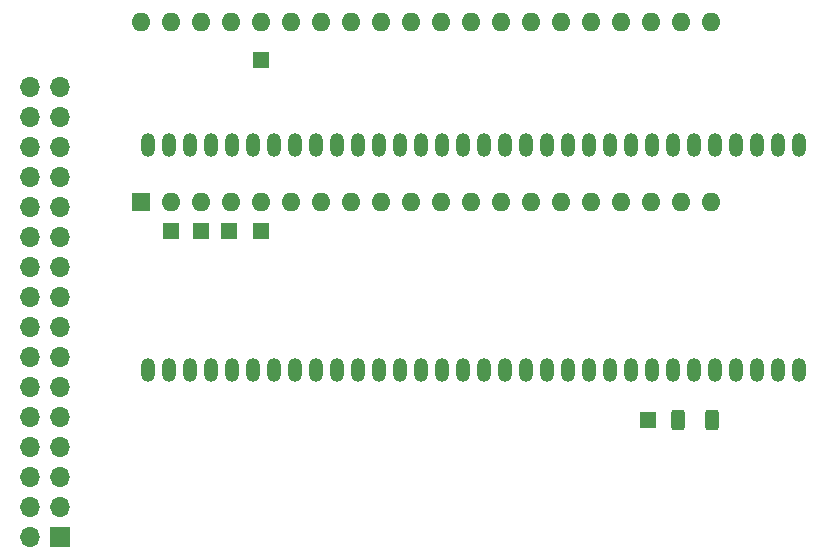
<source format=gbr>
%TF.GenerationSoftware,KiCad,Pcbnew,7.0.9-7.0.9~ubuntu20.04.1*%
%TF.CreationDate,2023-12-28T04:39:14+01:00*%
%TF.ProjectId,M50747_SDIP,4d353037-3437-45f5-9344-49502e6b6963,rev?*%
%TF.SameCoordinates,Original*%
%TF.FileFunction,Soldermask,Bot*%
%TF.FilePolarity,Negative*%
%FSLAX46Y46*%
G04 Gerber Fmt 4.6, Leading zero omitted, Abs format (unit mm)*
G04 Created by KiCad (PCBNEW 7.0.9-7.0.9~ubuntu20.04.1) date 2023-12-28 04:39:14*
%MOMM*%
%LPD*%
G01*
G04 APERTURE LIST*
G04 Aperture macros list*
%AMRoundRect*
0 Rectangle with rounded corners*
0 $1 Rounding radius*
0 $2 $3 $4 $5 $6 $7 $8 $9 X,Y pos of 4 corners*
0 Add a 4 corners polygon primitive as box body*
4,1,4,$2,$3,$4,$5,$6,$7,$8,$9,$2,$3,0*
0 Add four circle primitives for the rounded corners*
1,1,$1+$1,$2,$3*
1,1,$1+$1,$4,$5*
1,1,$1+$1,$6,$7*
1,1,$1+$1,$8,$9*
0 Add four rect primitives between the rounded corners*
20,1,$1+$1,$2,$3,$4,$5,0*
20,1,$1+$1,$4,$5,$6,$7,0*
20,1,$1+$1,$6,$7,$8,$9,0*
20,1,$1+$1,$8,$9,$2,$3,0*%
G04 Aperture macros list end*
%ADD10RoundRect,0.250000X0.312500X0.625000X-0.312500X0.625000X-0.312500X-0.625000X0.312500X-0.625000X0*%
%ADD11R,1.350000X1.350000*%
%ADD12R,1.600000X1.600000*%
%ADD13O,1.600000X1.600000*%
%ADD14R,1.700000X1.700000*%
%ADD15O,1.700000X1.700000*%
%ADD16O,1.200000X2.000000*%
G04 APERTURE END LIST*
D10*
%TO.C,R1*%
X222127000Y-71120000D03*
X219202000Y-71120000D03*
%TD*%
D11*
%TO.C,J2*%
X216662000Y-71120000D03*
%TD*%
%TO.C,J4*%
X183896000Y-40640000D03*
%TD*%
D12*
%TO.C,U3*%
X173736000Y-52730400D03*
D13*
X176276000Y-52730400D03*
X178816000Y-52730400D03*
X181356000Y-52730400D03*
X183896000Y-52730400D03*
X186436000Y-52730400D03*
X188976000Y-52730400D03*
X191516000Y-52730400D03*
X194056000Y-52730400D03*
X196596000Y-52730400D03*
X199136000Y-52730400D03*
X201676000Y-52730400D03*
X204216000Y-52730400D03*
X206756000Y-52730400D03*
X209296000Y-52730400D03*
X211836000Y-52730400D03*
X214376000Y-52730400D03*
X216916000Y-52730400D03*
X219456000Y-52730400D03*
X221996000Y-52730400D03*
X221996000Y-37490400D03*
X219456000Y-37490400D03*
X216916000Y-37490400D03*
X214376000Y-37490400D03*
X211836000Y-37490400D03*
X209296000Y-37490400D03*
X206756000Y-37490400D03*
X204216000Y-37490400D03*
X201676000Y-37490400D03*
X199136000Y-37490400D03*
X196596000Y-37490400D03*
X194056000Y-37490400D03*
X191516000Y-37490400D03*
X188976000Y-37490400D03*
X186436000Y-37490400D03*
X183896000Y-37490400D03*
X181356000Y-37490400D03*
X178816000Y-37490400D03*
X176276000Y-37490400D03*
X173736000Y-37490400D03*
%TD*%
D14*
%TO.C,J1*%
X166878000Y-81026000D03*
D15*
X164338000Y-81026000D03*
X166878000Y-78486000D03*
X164338000Y-78486000D03*
X166878000Y-75946000D03*
X164338000Y-75946000D03*
X166878000Y-73406000D03*
X164338000Y-73406000D03*
X166878000Y-70866000D03*
X164338000Y-70866000D03*
X166878000Y-68326000D03*
X164338000Y-68326000D03*
X166878000Y-65786000D03*
X164338000Y-65786000D03*
X166878000Y-63246000D03*
X164338000Y-63246000D03*
X166878000Y-60706000D03*
X164338000Y-60706000D03*
X166878000Y-58166000D03*
X164338000Y-58166000D03*
X166878000Y-55626000D03*
X164338000Y-55626000D03*
X166878000Y-53086000D03*
X164338000Y-53086000D03*
X166878000Y-50546000D03*
X164338000Y-50546000D03*
X166878000Y-48006000D03*
X164338000Y-48006000D03*
X166878000Y-45466000D03*
X164338000Y-45466000D03*
X166878000Y-42926000D03*
X164338000Y-42926000D03*
%TD*%
D11*
%TO.C,J7*%
X181229000Y-55118000D03*
%TD*%
%TO.C,J6*%
X183896000Y-55118000D03*
%TD*%
D16*
%TO.C,U1*%
X174371000Y-66929000D03*
X176149000Y-66929000D03*
X177927000Y-66929000D03*
X179705000Y-66929000D03*
X181483000Y-66929000D03*
X183261000Y-66929000D03*
X185039000Y-66929000D03*
X186817000Y-66929000D03*
X188595000Y-66929000D03*
X190373000Y-66929000D03*
X192151000Y-66929000D03*
X193929000Y-66929000D03*
X195707000Y-66929000D03*
X197485000Y-66929000D03*
X199263000Y-66929000D03*
X201041000Y-66929000D03*
X202819000Y-66929000D03*
X204597000Y-66929000D03*
X206375000Y-66929000D03*
X208153000Y-66929000D03*
X209931000Y-66929000D03*
X211709000Y-66929000D03*
X213487000Y-66929000D03*
X215265000Y-66929000D03*
X217043000Y-66929000D03*
X218821000Y-66929000D03*
X220599000Y-66929000D03*
X222377000Y-66929000D03*
X224155000Y-66929000D03*
X225933000Y-66929000D03*
X227711000Y-66929000D03*
X229489000Y-66929000D03*
X229489000Y-47879000D03*
X227711000Y-47879000D03*
X225933000Y-47879000D03*
X224155000Y-47879000D03*
X222377000Y-47879000D03*
X220599000Y-47879000D03*
X218821000Y-47879000D03*
X217043000Y-47879000D03*
X215265000Y-47879000D03*
X213487000Y-47879000D03*
X211709000Y-47879000D03*
X209931000Y-47879000D03*
X208153000Y-47879000D03*
X206375000Y-47879000D03*
X204597000Y-47879000D03*
X202819000Y-47879000D03*
X201041000Y-47879000D03*
X199263000Y-47879000D03*
X197485000Y-47879000D03*
X195707000Y-47879000D03*
X193929000Y-47879000D03*
X192151000Y-47879000D03*
X190373000Y-47879000D03*
X188595000Y-47879000D03*
X186817000Y-47879000D03*
X185039000Y-47879000D03*
X183261000Y-47879000D03*
X181483000Y-47879000D03*
X179705000Y-47879000D03*
X177927000Y-47879000D03*
X176149000Y-47879000D03*
X174371000Y-47879000D03*
%TD*%
D11*
%TO.C,J8*%
X176276000Y-55118000D03*
%TD*%
%TO.C,J3*%
X178816000Y-55118000D03*
%TD*%
M02*

</source>
